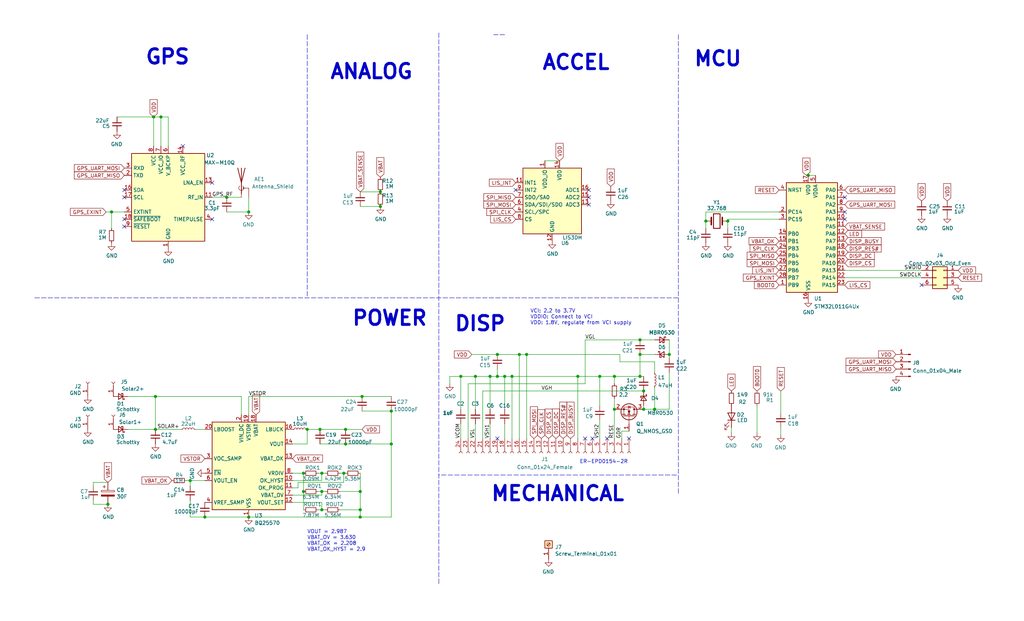
<source format=kicad_sch>
(kicad_sch (version 20211123) (generator eeschema)
  (paper "USLegal")
  (lib_symbols
    (symbol "Battery_Management:BQ25570"
      (property "Reference" "U" (at -12.7 16.51 0))
      (property "Value" "BQ25570" (at 10.16 16.51 0))
      (symbol "BQ25570_1_1"
        (pin power_in line (at 0 -17.78 90) (length 2.54) (name "VSS") (number "1"))
        (pin input line (at 15.24 -5.08 180) (length 2.54) (name "OK_HYST") (number "10"))
        (pin input line (at 15.24 -7.62 180) (length 2.54) (name "OK_PROG") (number "11"))
        (pin input line (at 15.24 -12.7 180) (length 2.54) (name "VOUT_SET") (number "12"))
        (pin output line (at 15.24 2.54 180) (length 2.54) (name "VBAT_OK") (number "13"))
        (pin input line (at 15.24 7.62 180) (length 2.54) (name "VOUT") (number "14"))
        (pin passive line (at 0 -17.78 90) (length 2.54) hide (name "VSS") (number "15"))
        (pin passive line (at 15.24 12.7 180) (length 2.54) (name "LBUCK") (number "16"))
        (pin passive line (at 0 -17.78 90) (length 2.54) hide (name "VSS") (number "17"))
        (pin power_in line (at 2.54 17.78 270) (length 2.54) (name "VBAT") (number "18"))
        (pin power_out line (at 0 17.78 270) (length 2.54) (name "VSTOR") (number "19"))
        (pin power_in line (at -2.54 17.78 270) (length 2.54) (name "VIN_DC") (number "2"))
        (pin passive line (at -15.24 12.7 0) (length 2.54) (name "LBOOST") (number "20"))
        (pin passive line (at 0 -17.78 90) (length 2.54) hide (name "VSS") (number "21"))
        (pin input line (at -15.24 2.54 0) (length 2.54) (name "VOC_SAMP") (number "3"))
        (pin passive line (at -15.24 -12.7 0) (length 2.54) (name "VREF_SAMP") (number "4"))
        (pin input line (at -15.24 -2.54 0) (length 2.54) (name "~{EN}") (number "5"))
        (pin input line (at -15.24 -5.08 0) (length 2.54) (name "VOUT_EN") (number "6"))
        (pin input line (at 15.24 -10.16 180) (length 2.54) (name "VBAT_OV") (number "7"))
        (pin output line (at 15.24 -2.54 180) (length 2.54) (name "VRDIV") (number "8"))
        (pin passive line (at 0 -17.78 90) (length 2.54) hide (name "VSS") (number "9"))
      )
    )
    (symbol "Connector:Conn_01x01_Female" (pin_names (offset 1.016) hide)
      (property "Reference" "J" (at 0 2.54 0))
      (property "Value" "Conn_01x01_Female" (at 0 -2.54 0))
      (symbol "Conn_01x01_Female_1_1"
        (pin passive line (at -5.08 0 0) (length 3.81) (name "Pin_1") (number "1"))
      )
    )
    (symbol "Connector:Conn_01x04_Male" (pin_names (offset 1.016) hide)
      (property "Reference" "J" (at 0 5.08 0))
      (property "Value" "Conn_01x04_Male" (at 0 -7.62 0))
      (symbol "Conn_01x04_Male_1_1"
        (pin passive line (at 5.08 2.54 180) (length 3.81) (name "Pin_1") (number "1"))
        (pin passive line (at 5.08 0 180) (length 3.81) (name "Pin_2") (number "2"))
        (pin passive line (at 5.08 -2.54 180) (length 3.81) (name "Pin_3") (number "3"))
        (pin passive line (at 5.08 -5.08 180) (length 3.81) (name "Pin_4") (number "4"))
      )
    )
    (symbol "Connector:Conn_01x24_Female" (pin_names (offset 1.016) hide)
      (property "Reference" "J" (at 0 30.48 0))
      (property "Value" "Conn_01x24_Female" (at 0 -33.02 0))
      (symbol "Conn_01x24_Female_1_1"
        (pin passive line (at -5.08 27.94 0) (length 3.81) (name "Pin_1") (number "1"))
        (pin passive line (at -5.08 5.08 0) (length 3.81) (name "Pin_10") (number "10"))
        (pin passive line (at -5.08 2.54 0) (length 3.81) (name "Pin_11") (number "11"))
        (pin passive line (at -5.08 0 0) (length 3.81) (name "Pin_12") (number "12"))
        (pin passive line (at -5.08 -2.54 0) (length 3.81) (name "Pin_13") (number "13"))
        (pin passive line (at -5.08 -5.08 0) (length 3.81) (name "Pin_14") (number "14"))
        (pin passive line (at -5.08 -7.62 0) (length 3.81) (name "Pin_15") (number "15"))
        (pin passive line (at -5.08 -10.16 0) (length 3.81) (name "Pin_16") (number "16"))
        (pin passive line (at -5.08 -12.7 0) (length 3.81) (name "Pin_17") (number "17"))
        (pin passive line (at -5.08 -15.24 0) (length 3.81) (name "Pin_18") (number "18"))
        (pin passive line (at -5.08 -17.78 0) (length 3.81) (name "Pin_19") (number "19"))
        (pin passive line (at -5.08 25.4 0) (length 3.81) (name "Pin_2") (number "2"))
        (pin passive line (at -5.08 -20.32 0) (length 3.81) (name "Pin_20") (number "20"))
        (pin passive line (at -5.08 -22.86 0) (length 3.81) (name "Pin_21") (number "21"))
        (pin passive line (at -5.08 -25.4 0) (length 3.81) (name "Pin_22") (number "22"))
        (pin passive line (at -5.08 -27.94 0) (length 3.81) (name "Pin_23") (number "23"))
        (pin passive line (at -5.08 -30.48 0) (length 3.81) (name "Pin_24") (number "24"))
        (pin passive line (at -5.08 22.86 0) (length 3.81) (name "Pin_3") (number "3"))
        (pin passive line (at -5.08 20.32 0) (length 3.81) (name "Pin_4") (number "4"))
        (pin passive line (at -5.08 17.78 0) (length 3.81) (name "Pin_5") (number "5"))
        (pin passive line (at -5.08 15.24 0) (length 3.81) (name "Pin_6") (number "6"))
        (pin passive line (at -5.08 12.7 0) (length 3.81) (name "Pin_7") (number "7"))
        (pin passive line (at -5.08 10.16 0) (length 3.81) (name "Pin_8") (number "8"))
        (pin passive line (at -5.08 7.62 0) (length 3.81) (name "Pin_9") (number "9"))
      )
    )
    (symbol "Connector:Screw_Terminal_01x01" (pin_names (offset 1.016) hide)
      (property "Reference" "J" (at 0 2.54 0))
      (property "Value" "Screw_Terminal_01x01" (at 0 -2.54 0))
      (symbol "Screw_Terminal_01x01_1_1"
        (pin passive line (at -5.08 0 0) (length 3.81) (name "Pin_1") (number "1"))
      )
    )
    (symbol "Connector_Generic:Conn_02x03_Odd_Even" (pin_names (offset 1.016) hide)
      (property "Reference" "J" (at 1.27 5.08 0))
      (property "Value" "Conn_02x03_Odd_Even" (at 1.27 -5.08 0))
      (symbol "Conn_02x03_Odd_Even_1_1"
        (pin passive line (at -5.08 2.54 0) (length 3.81) (name "Pin_1") (number "1"))
        (pin passive line (at 7.62 2.54 180) (length 3.81) (name "Pin_2") (number "2"))
        (pin passive line (at -5.08 0 0) (length 3.81) (name "Pin_3") (number "3"))
        (pin passive line (at 7.62 0 180) (length 3.81) (name "Pin_4") (number "4"))
        (pin passive line (at -5.08 -2.54 0) (length 3.81) (name "Pin_5") (number "5"))
        (pin passive line (at 7.62 -2.54 180) (length 3.81) (name "Pin_6") (number "6"))
      )
    )
    (symbol "Device:Antenna_Shield" (pin_numbers hide) (pin_names (offset 1.016) hide)
      (property "Reference" "AE" (at -1.905 4.445 0))
      (property "Value" "Antenna_Shield" (at -1.905 2.54 0))
      (symbol "Antenna_Shield_1_1"
        (pin input line (at 0 -5.08 90) (length 2.54) (name "A") (number "1"))
        (pin input line (at 2.54 -5.08 90) (length 2.54) (name "Shield") (number "2"))
      )
    )
    (symbol "Device:CP" (pin_numbers hide) (pin_names (offset 0.254))
      (property "Reference" "C" (at 0.635 2.54 0))
      (property "Value" "Device_CP" (at 0.635 -2.54 0))
      (symbol "CP_1_1"
        (pin passive line (at 0 3.81 270) (length 2.794) (name "~") (number "1"))
        (pin passive line (at 0 -3.81 90) (length 2.794) (name "~") (number "2"))
      )
    )
    (symbol "Device:C_Small" (pin_numbers hide) (pin_names (offset 0.254) hide)
      (property "Reference" "C" (at 0.254 1.778 0))
      (property "Value" "C_Small" (at 0.254 -2.032 0))
      (symbol "C_Small_1_1"
        (pin passive line (at 0 2.54 270) (length 2.032) (name "~") (number "1"))
        (pin passive line (at 0 -2.54 90) (length 2.032) (name "~") (number "2"))
      )
    )
    (symbol "Device:Crystal" (pin_numbers hide) (pin_names (offset 1.016) hide)
      (property "Reference" "Y" (at 0 3.81 0))
      (property "Value" "Crystal" (at 0 -3.81 0))
      (symbol "Crystal_1_1"
        (pin passive line (at -3.81 0 0) (length 1.27) (name "1") (number "1"))
        (pin passive line (at 3.81 0 180) (length 1.27) (name "2") (number "2"))
      )
    )
    (symbol "Device:D_Schottky_Small" (pin_numbers hide) (pin_names (offset 0.254) hide)
      (property "Reference" "D" (at -1.27 2.032 0))
      (property "Value" "D_Schottky_Small" (at -7.112 -2.032 0))
      (symbol "D_Schottky_Small_1_1"
        (pin passive line (at -2.54 0 0) (length 1.778) (name "K") (number "1"))
        (pin passive line (at 2.54 0 180) (length 1.778) (name "A") (number "2"))
      )
    )
    (symbol "Device:LED" (pin_numbers hide) (pin_names (offset 1.016) hide)
      (property "Reference" "D" (at 0 2.54 0))
      (property "Value" "LED" (at 0 -2.54 0))
      (symbol "LED_1_1"
        (pin passive line (at -3.81 0 0) (length 2.54) (name "K") (number "1"))
        (pin passive line (at 3.81 0 180) (length 2.54) (name "A") (number "2"))
      )
    )
    (symbol "Device:L_Small" (pin_numbers hide) (pin_names (offset 0.254) hide)
      (property "Reference" "L" (at 0.762 1.016 0))
      (property "Value" "L_Small" (at 0.762 -1.016 0))
      (symbol "L_Small_1_1"
        (pin passive line (at 0 2.54 270) (length 0.508) (name "~") (number "1"))
        (pin passive line (at 0 -2.54 90) (length 0.508) (name "~") (number "2"))
      )
    )
    (symbol "Device:Q_NMOS_GSD" (pin_names (offset 0) hide)
      (property "Reference" "Q" (at 5.08 1.27 0))
      (property "Value" "Q_NMOS_GSD" (at 5.08 -1.27 0))
      (symbol "Q_NMOS_GSD_1_1"
        (pin input line (at -5.08 0 0) (length 2.54) (name "G") (number "1"))
        (pin passive line (at 2.54 -5.08 90) (length 2.54) (name "S") (number "2"))
        (pin passive line (at 2.54 5.08 270) (length 2.54) (name "D") (number "3"))
      )
    )
    (symbol "Device:R_Small" (pin_numbers hide) (pin_names (offset 0.254) hide)
      (property "Reference" "R" (at 0.762 0.508 0))
      (property "Value" "R_Small" (at 0.762 -1.016 0))
      (symbol "R_Small_1_1"
        (pin passive line (at 0 2.54 270) (length 0.762) (name "~") (number "1"))
        (pin passive line (at 0 -2.54 90) (length 0.762) (name "~") (number "2"))
      )
    )
    (symbol "MCU_ST_STM32L0:STM32L011G4Ux"
      (property "Reference" "U" (at -10.16 19.05 0))
      (property "Value" "STM32L011G4Ux" (at 2.54 19.05 0))
      (symbol "STM32L011G4Ux_1_1"
        (pin bidirectional line (at -12.7 -17.78 0) (length 2.54) (name "PB9") (number "1"))
        (pin bidirectional line (at 10.16 5.08 180) (length 2.54) (name "PA4") (number "10"))
        (pin bidirectional line (at 10.16 2.54 180) (length 2.54) (name "PA5") (number "11"))
        (pin bidirectional line (at 10.16 0 180) (length 2.54) (name "PA6") (number "12"))
        (pin bidirectional line (at 10.16 -2.54 180) (length 2.54) (name "PA7") (number "13"))
        (pin bidirectional line (at -12.7 0 0) (length 2.54) (name "PB0") (number "14"))
        (pin bidirectional line (at -12.7 -2.54 0) (length 2.54) (name "PB1") (number "15"))
        (pin power_in line (at -2.54 -22.86 90) (length 2.54) (name "VSS") (number "16"))
        (pin power_in line (at -2.54 20.32 270) (length 2.54) (name "VDD") (number "17"))
        (pin bidirectional line (at 10.16 -5.08 180) (length 2.54) (name "PA8") (number "18"))
        (pin bidirectional line (at 10.16 -7.62 180) (length 2.54) (name "PA9") (number "19"))
        (pin bidirectional line (at -12.7 7.62 0) (length 2.54) (name "PC14") (number "2"))
        (pin bidirectional line (at 10.16 -10.16 180) (length 2.54) (name "PA10") (number "20"))
        (pin bidirectional line (at 10.16 -12.7 180) (length 2.54) (name "PA13") (number "21"))
        (pin bidirectional line (at 10.16 -15.24 180) (length 2.54) (name "PA14") (number "22"))
        (pin bidirectional line (at 10.16 -17.78 180) (length 2.54) (name "PA15") (number "23"))
        (pin bidirectional line (at -12.7 -5.08 0) (length 2.54) (name "PB3") (number "24"))
        (pin bidirectional line (at -12.7 -7.62 0) (length 2.54) (name "PB4") (number "25"))
        (pin bidirectional line (at -12.7 -10.16 0) (length 2.54) (name "PB5") (number "26"))
        (pin bidirectional line (at -12.7 -12.7 0) (length 2.54) (name "PB6") (number "27"))
        (pin bidirectional line (at -12.7 -15.24 0) (length 2.54) (name "PB7") (number "28"))
        (pin bidirectional line (at -12.7 5.08 0) (length 2.54) (name "PC15") (number "3"))
        (pin input line (at -12.7 15.24 0) (length 2.54) (name "NRST") (number "4"))
        (pin power_in line (at 0 20.32 270) (length 2.54) (name "VDDA") (number "5"))
        (pin bidirectional line (at 10.16 15.24 180) (length 2.54) (name "PA0") (number "6"))
        (pin bidirectional line (at 10.16 12.7 180) (length 2.54) (name "PA1") (number "7"))
        (pin bidirectional line (at 10.16 10.16 180) (length 2.54) (name "PA2") (number "8"))
        (pin bidirectional line (at 10.16 7.62 180) (length 2.54) (name "PA3") (number "9"))
      )
    )
    (symbol "RF_GPS:MAX-M8Q"
      (property "Reference" "U" (at -10.16 16.51 0))
      (property "Value" "MAX-M8Q" (at 11.43 16.51 0))
      (symbol "MAX-M8Q_1_1"
        (pin power_in line (at 0 -17.78 90) (length 2.54) (name "GND") (number "1"))
        (pin passive line (at 0 -17.78 90) (length 2.54) hide (name "GND") (number "10"))
        (pin input line (at 15.24 0 180) (length 2.54) (name "RF_IN") (number "11"))
        (pin passive line (at 0 -17.78 90) (length 2.54) hide (name "GND") (number "12"))
        (pin output line (at 15.24 5.08 180) (length 2.54) (name "LNA_EN") (number "13"))
        (pin power_out line (at 5.08 17.78 270) (length 2.54) (name "VCC_RF") (number "14"))
        (pin no_connect line (at 12.7 -5.08 180) (length 2.54) hide (name "Reserved") (number "15"))
        (pin bidirectional line (at -15.24 2.54 0) (length 2.54) (name "SDA") (number "16"))
        (pin input line (at -15.24 0 0) (length 2.54) (name "SCL") (number "17"))
        (pin input line (at -15.24 -7.62 0) (length 2.54) (name "~{SAFEBOOT}") (number "18"))
        (pin output line (at -15.24 7.62 0) (length 2.54) (name "TXD") (number "2"))
        (pin input line (at -15.24 10.16 0) (length 2.54) (name "RXD") (number "3"))
        (pin output line (at 15.24 -7.62 180) (length 2.54) (name "TIMEPULSE") (number "4"))
        (pin input line (at -15.24 -5.08 0) (length 2.54) (name "EXTINT") (number "5"))
        (pin power_in line (at 0 17.78 270) (length 2.54) (name "V_BCKP") (number "6"))
        (pin power_in line (at -2.54 17.78 270) (length 2.54) (name "VCC_IO") (number "7"))
        (pin power_in line (at -5.08 17.78 270) (length 2.54) (name "VCC") (number "8"))
        (pin input line (at -15.24 -10.16 0) (length 2.54) (name "~{RESET}") (number "9"))
      )
    )
    (symbol "Sensor_Motion:LIS3DH"
      (property "Reference" "U" (at -7.62 11.43 0))
      (property "Value" "LIS3DH" (at 6.35 11.43 0))
      (symbol "LIS3DH_1_1"
        (pin power_in line (at -2.54 12.7 270) (length 2.54) (name "VDD_IO") (number "1"))
        (pin passive line (at 0 -15.24 90) (length 2.54) hide (name "GND") (number "10"))
        (pin output line (at -12.7 5.08 0) (length 2.54) (name "INT1") (number "11"))
        (pin power_in line (at 0 -15.24 90) (length 2.54) (name "GND") (number "12"))
        (pin input line (at 12.7 -2.54 180) (length 2.54) (name "ADC3") (number "13"))
        (pin power_in line (at 2.54 12.7 270) (length 2.54) (name "VDD") (number "14"))
        (pin input line (at 12.7 0 180) (length 2.54) (name "ADC2") (number "15"))
        (pin input line (at 12.7 2.54 180) (length 2.54) (name "ADC1") (number "16"))
        (pin no_connect line (at 10.16 5.08 180) (length 2.54) hide (name "NC") (number "2"))
        (pin no_connect line (at 10.16 7.62 180) (length 2.54) hide (name "NC") (number "3"))
        (pin input line (at -12.7 -5.08 0) (length 2.54) (name "SCL/SPC") (number "4"))
        (pin passive line (at 0 -15.24 90) (length 2.54) hide (name "GND") (number "5"))
        (pin bidirectional line (at -12.7 -2.54 0) (length 2.54) (name "SDA/SDI/SDO") (number "6"))
        (pin bidirectional line (at -12.7 0 0) (length 2.54) (name "SDO/SA0") (number "7"))
        (pin input line (at -12.7 -7.62 0) (length 2.54) (name "CS") (number "8"))
        (pin output line (at -12.7 2.54 0) (length 2.54) (name "INT2") (number "9"))
      )
    )
    (symbol "power:GND" (power) (pin_names (offset 0))
      (property "Value" "GND" (at 0 -3.81 0))
      (symbol "GND_1_1"
        (pin power_in line (at 0 0 270) (length 0) hide (name "GND") (number "1"))
      )
    )
  )
  (junction (at 111.76 170.815))
  (junction (at 213.36 142.24))
  (junction (at 160.02 130.81))
  (junction (at 172.72 130.81))
  (junction (at 111.125 149.225))
  (junction (at 232.41 123.19))
  (junction (at 222.25 123.19))
  (junction (at 71.12 179.705))
  (junction (at 37.465 175.26))
  (junction (at 120.015 149.225))
  (junction (at 86.36 179.705))
  (junction (at 38.735 73.66))
  (junction (at 125.73 137.795))
  (junction (at 53.34 40.64))
  (junction (at 200.66 130.81))
  (junction (at 227.33 142.24))
  (junction (at 66.04 167.005))
  (junction (at 182.88 123.19))
  (junction (at 135.89 142.875))
  (junction (at 78.74 68.58))
  (junction (at 222.25 130.81))
  (junction (at 213.36 130.81))
  (junction (at 252.73 76.835))
  (junction (at 125.095 177.165))
  (junction (at 180.34 123.19))
  (junction (at 245.11 76.835))
  (junction (at 175.26 130.81))
  (junction (at 222.25 118.11))
  (junction (at 111.76 177.165))
  (junction (at 55.88 40.64))
  (junction (at 170.18 130.81))
  (junction (at 132.08 71.755))
  (junction (at 86.36 73.66))
  (junction (at 120.015 154.305))
  (junction (at 105.41 170.815))
  (junction (at 53.975 149.225))
  (junction (at 165.1 130.81))
  (junction (at 208.28 130.81))
  (junction (at 132.08 66.675))
  (junction (at 223.52 135.89))
  (junction (at 135.89 154.305))
  (junction (at 53.975 137.795))
  (junction (at 119.38 164.465))
  (junction (at 280.67 60.96))
  (junction (at 125.095 179.705))
  (junction (at 111.76 164.465))
  (junction (at 105.41 164.465))
  (junction (at 106.68 149.225))
  (junction (at 172.72 123.19))
  (junction (at 223.52 142.24))
  (junction (at 125.095 170.815))
  (junction (at 177.8 130.81))
  (no_connect (at 43.18 68.58))
  (no_connect (at 73.66 63.5))
  (no_connect (at 218.44 152.4))
  (no_connect (at 63.5 50.8))
  (no_connect (at 293.37 68.58))
  (no_connect (at 205.74 152.4))
  (no_connect (at 203.2 152.4))
  (no_connect (at 43.18 76.2))
  (no_connect (at 204.47 71.12))
  (no_connect (at 320.04 99.06))
  (no_connect (at 293.37 76.2))
  (no_connect (at 204.47 68.58))
  (no_connect (at 293.37 73.66))
  (no_connect (at 179.07 66.04))
  (no_connect (at 204.47 66.04))
  (no_connect (at 43.18 78.74))
  (no_connect (at 210.82 152.4))
  (no_connect (at 172.72 152.4))
  (no_connect (at 43.18 66.04))
  (no_connect (at 73.66 76.2))
  (wire (pts (xy 172.72 123.19) (xy 180.34 123.19)))
  (wire (pts (xy 120.015 154.305) (xy 135.89 154.305)))
  (wire (pts (xy 215.265 123.19) (xy 215.265 125.73)))
  (wire (pts (xy 245.11 73.66) (xy 270.51 73.66)))
  (wire (pts (xy 156.21 130.81) (xy 160.02 130.81)))
  (wire (pts (xy 125.095 164.465) (xy 125.095 170.815)))
  (wire (pts (xy 203.2 133.35) (xy 162.56 133.35)))
  (wire (pts (xy 111.76 164.465) (xy 111.76 167.005)))
  (wire (pts (xy 222.25 118.11) (xy 227.33 118.11)))
  (wire (pts (xy 105.41 170.815) (xy 105.41 177.165)))
  (wire (pts (xy 119.38 167.64) (xy 103.505 167.64)))
  (wire (pts (xy 182.88 152.4) (xy 182.88 123.19)))
  (wire (pts (xy 86.36 179.705) (xy 125.095 179.705)))
  (wire (pts (xy 180.34 123.19) (xy 182.88 123.19)))
  (wire (pts (xy 252.73 76.2) (xy 270.51 76.2)))
  (wire (pts (xy 105.41 164.465) (xy 105.41 170.815)))
  (wire (pts (xy 125.095 179.705) (xy 135.89 179.705)))
  (wire (pts (xy 119.38 164.465) (xy 120.015 164.465)))
  (wire (pts (xy 160.02 130.81) (xy 160.02 142.24)))
  (wire (pts (xy 254 150.495) (xy 254 148.59)))
  (wire (pts (xy 78.74 73.66) (xy 86.36 73.66)))
  (wire (pts (xy 101.6 164.465) (xy 105.41 164.465)))
  (wire (pts (xy 215.9 149.86) (xy 215.9 152.4)))
  (wire (pts (xy 135.89 154.305) (xy 135.89 179.705)))
  (wire (pts (xy 111.76 174.625) (xy 111.76 177.165)))
  (wire (pts (xy 101.6 172.085) (xy 111.76 172.085)))
  (wire (pts (xy 175.26 130.81) (xy 177.8 130.81)))
  (wire (pts (xy 223.52 142.24) (xy 223.52 140.97)))
  (wire (pts (xy 118.11 170.815) (xy 125.095 170.815)))
  (wire (pts (xy 38.735 73.66) (xy 38.735 79.375)))
  (wire (pts (xy 182.88 123.19) (xy 215.265 123.19)))
  (wire (pts (xy 71.12 179.705) (xy 86.36 179.705)))
  (wire (pts (xy 177.8 130.81) (xy 200.66 130.81)))
  (wire (pts (xy 110.49 164.465) (xy 111.76 164.465)))
  (wire (pts (xy 218.44 149.86) (xy 215.9 149.86)))
  (wire (pts (xy 32.385 173.99) (xy 32.385 175.26)))
  (wire (pts (xy 213.36 130.81) (xy 213.36 133.35)))
  (wire (pts (xy 293.37 93.98) (xy 320.04 93.98)))
  (wire (pts (xy 170.18 130.81) (xy 172.72 130.81)))
  (wire (pts (xy 232.41 118.11) (xy 232.41 123.19)))
  (wire (pts (xy 222.25 130.81) (xy 223.52 130.81)))
  (wire (pts (xy 156.21 130.81) (xy 156.21 133.35)))
  (wire (pts (xy 232.41 142.24) (xy 227.33 142.24)))
  (wire (pts (xy 106.68 154.305) (xy 106.68 149.225)))
  (wire (pts (xy 36.83 73.66) (xy 38.735 73.66)))
  (wire (pts (xy 37.465 167.64) (xy 32.385 167.64)))
  (wire (pts (xy 208.28 130.81) (xy 208.28 140.97)))
  (wire (pts (xy 222.25 123.19) (xy 227.33 123.19)))
  (wire (pts (xy 180.34 123.19) (xy 180.34 152.4)))
  (wire (pts (xy 53.34 40.64) (xy 40.64 40.64)))
  (polyline (pts (xy 12.065 103.505) (xy 235.585 103.505)))
  (wire (pts (xy 222.25 123.19) (xy 222.25 130.81)))
  (wire (pts (xy 83.82 144.145) (xy 83.82 137.795)))
  (wire (pts (xy 111.76 172.085) (xy 111.76 170.815)))
  (wire (pts (xy 67.945 149.225) (xy 71.12 149.225)))
  (wire (pts (xy 101.6 174.625) (xy 111.76 174.625)))
  (wire (pts (xy 53.975 137.795) (xy 83.82 137.795)))
  (wire (pts (xy 58.42 50.8) (xy 58.42 40.64)))
  (wire (pts (xy 111.76 167.005) (xy 101.6 167.005)))
  (wire (pts (xy 165.1 147.32) (xy 165.1 152.4)))
  (wire (pts (xy 203.2 118.11) (xy 222.25 118.11)))
  (wire (pts (xy 172.72 128.27) (xy 172.72 130.81)))
  (wire (pts (xy 271.145 135.89) (xy 271.145 143.51)))
  (wire (pts (xy 55.88 40.64) (xy 53.34 40.64)))
  (wire (pts (xy 86.36 137.795) (xy 125.73 137.795)))
  (wire (pts (xy 111.76 170.815) (xy 113.03 170.815)))
  (wire (pts (xy 262.89 140.97) (xy 262.89 150.495)))
  (wire (pts (xy 170.18 130.81) (xy 170.18 142.24)))
  (wire (pts (xy 103.505 169.545) (xy 101.6 169.545)))
  (wire (pts (xy 86.36 144.145) (xy 86.36 137.795)))
  (wire (pts (xy 73.66 68.58) (xy 78.74 68.58)))
  (wire (pts (xy 203.2 118.11) (xy 203.2 133.35)))
  (wire (pts (xy 53.975 149.225) (xy 53.975 137.795)))
  (wire (pts (xy 110.49 177.165) (xy 111.76 177.165)))
  (wire (pts (xy 200.66 130.81) (xy 208.28 130.81)))
  (wire (pts (xy 103.505 167.64) (xy 103.505 169.545)))
  (wire (pts (xy 271.145 148.59) (xy 271.145 151.13)))
  (polyline (pts (xy 234.95 165.1) (xy 152.4 165.1)))
  (wire (pts (xy 245.11 73.66) (xy 245.11 76.835)))
  (wire (pts (xy 110.49 170.815) (xy 111.76 170.815)))
  (wire (pts (xy 160.02 130.81) (xy 165.1 130.81)))
  (wire (pts (xy 162.56 152.4) (xy 162.56 133.35)))
  (wire (pts (xy 125.095 66.675) (xy 132.08 66.675)))
  (wire (pts (xy 293.37 96.52) (xy 320.04 96.52)))
  (wire (pts (xy 86.36 73.66) (xy 86.36 68.58)))
  (wire (pts (xy 71.12 179.705) (xy 66.04 179.705)))
  (wire (pts (xy 38.735 73.66) (xy 43.18 73.66)))
  (wire (pts (xy 44.45 149.225) (xy 53.975 149.225)))
  (wire (pts (xy 64.77 167.005) (xy 66.04 167.005)))
  (wire (pts (xy 135.89 142.875) (xy 135.89 154.305)))
  (wire (pts (xy 111.125 154.305) (xy 120.015 154.305)))
  (wire (pts (xy 53.34 40.64) (xy 53.34 50.8)))
  (wire (pts (xy 125.73 142.875) (xy 135.89 142.875)))
  (wire (pts (xy 170.18 147.32) (xy 170.18 152.4)))
  (polyline (pts (xy 235.585 171.45) (xy 235.585 12.065)))
  (wire (pts (xy 118.11 164.465) (xy 119.38 164.465)))
  (polyline (pts (xy 152.4 11.43) (xy 152.4 203.2)))
  (wire (pts (xy 175.26 130.81) (xy 175.26 142.24)))
  (polyline (pts (xy 106.68 12.065) (xy 106.68 103.505)))
  (wire (pts (xy 101.6 154.305) (xy 106.68 154.305)))
  (wire (pts (xy 120.015 149.225) (xy 125.73 149.225)))
  (wire (pts (xy 172.72 130.81) (xy 175.26 130.81)))
  (wire (pts (xy 208.28 130.81) (xy 213.36 130.81)))
  (wire (pts (xy 125.095 170.815) (xy 125.095 177.165)))
  (wire (pts (xy 200.66 130.81) (xy 200.66 152.4)))
  (wire (pts (xy 58.42 40.64) (xy 55.88 40.64)))
  (wire (pts (xy 280.035 60.96) (xy 280.67 60.96)))
  (wire (pts (xy 111.76 177.165) (xy 113.03 177.165)))
  (wire (pts (xy 232.41 129.54) (xy 232.41 142.24)))
  (wire (pts (xy 167.64 135.89) (xy 167.64 152.4)))
  (wire (pts (xy 227.33 125.73) (xy 227.33 129.54)))
  (polyline (pts (xy 175.26 12.065) (xy 171.45 12.065)))
  (wire (pts (xy 66.04 173.99) (xy 66.04 179.705)))
  (wire (pts (xy 160.02 147.32) (xy 160.02 152.4)))
  (wire (pts (xy 252.73 76.835) (xy 252.73 79.375)))
  (wire (pts (xy 32.385 167.64) (xy 32.385 168.91)))
  (wire (pts (xy 222.25 130.81) (xy 213.36 130.81)))
  (wire (pts (xy 125.73 137.795) (xy 135.89 137.795)))
  (wire (pts (xy 111.76 164.465) (xy 113.03 164.465)))
  (wire (pts (xy 167.64 135.89) (xy 223.52 135.89)))
  (wire (pts (xy 163.83 123.19) (xy 172.72 123.19)))
  (wire (pts (xy 32.385 175.26) (xy 37.465 175.26)))
  (wire (pts (xy 252.73 76.2) (xy 252.73 76.835)))
  (wire (pts (xy 44.45 137.795) (xy 53.975 137.795)))
  (wire (pts (xy 118.11 177.165) (xy 125.095 177.165)))
  (wire (pts (xy 232.41 123.19) (xy 232.41 124.46)))
  (wire (pts (xy 245.11 76.835) (xy 245.11 79.375)))
  (wire (pts (xy 53.975 149.225) (xy 62.865 149.225)))
  (wire (pts (xy 111.125 149.225) (xy 120.015 149.225)))
  (wire (pts (xy 66.04 167.005) (xy 71.12 167.005)))
  (wire (pts (xy 213.36 142.24) (xy 213.36 152.4)))
  (wire (pts (xy 177.8 130.81) (xy 177.8 152.4)))
  (wire (pts (xy 106.68 149.225) (xy 111.125 149.225)))
  (wire (pts (xy 66.04 168.91) (xy 66.04 167.005)))
  (wire (pts (xy 280.67 60.96) (xy 283.21 60.96)))
  (wire (pts (xy 227.33 134.62) (xy 227.33 142.24)))
  (wire (pts (xy 223.52 142.24) (xy 227.33 142.24)))
  (wire (pts (xy 194.31 55.88) (xy 189.23 55.88)))
  (wire (pts (xy 125.095 71.755) (xy 132.08 71.755)))
  (wire (pts (xy 208.28 146.05) (xy 208.28 152.4)))
  (wire (pts (xy 215.265 125.73) (xy 227.33 125.73)))
  (wire (pts (xy 119.38 164.465) (xy 119.38 167.64)))
  (wire (pts (xy 78.74 68.58) (xy 83.82 68.58)))
  (wire (pts (xy 125.095 177.165) (xy 125.095 179.705)))
  (wire (pts (xy 213.36 138.43) (xy 213.36 142.24)))
  (wire (pts (xy 175.26 147.32) (xy 175.26 152.4)))
  (wire (pts (xy 55.88 40.64) (xy 55.88 50.8)))
  (wire (pts (xy 165.1 130.81) (xy 170.18 130.81)))
  (wire (pts (xy 165.1 130.81) (xy 165.1 142.24)))
  (text "GPS" (at 50.165 22.86 0) (effects (font (size 5.0038 5.0038) (thickness 1.0008) bold) (justify left bottom)))
  (text "MCU" (at 240.665 23.495 0) (effects (font (size 5.0038 5.0038) (thickness 1.0008) bold) (justify left bottom)))
  (text "ACCEL" (at 187.96 24.765 0) (effects (font (size 5.0038 5.0038) (thickness 1.0008) bold) (justify left bottom)))
  (text "ER-EPD0154-2R" (at 201.295 161.29 0) (effects (font (size 1.27 1.27)) (justify left bottom)))
  (text "DISP" (at 157.48 115.57 0) (effects (font (size 5.0038 5.0038) (thickness 1.0008) bold) (justify left bottom)))
  (text "VOUT = 2.987\nVBAT_OV = 3.630\nVBAT_OK = 2.208\nVBAT_OK_HYST = 2.9" (at 106.68 191.77 0) (effects (font (size 1.27 1.27)) (justify left bottom)))
  (text "POWER" (at 121.92 113.665 0) (effects (font (size 5.0038 5.0038) (thickness 1.0008) bold) (justify left bottom)))
  (text "ANALOG" (at 114.3 27.94 0) (effects (font (size 5.0038 5.0038) (thickness 1.0008) bold) (justify left bottom)))
  (text "MECHANICAL" (at 170.18 174.625 0) (effects (font (size 5.0038 5.0038) (thickness 1.0008) bold) (justify left bottom)))
  (text "VCI: 2.2 to 3.7V\nVDDIO: Connect to VCI\nVDD: 1.8V, regulate from VCI supply" (at 184.15 113.03 0) (effects (font (size 1.27 1.27)) (justify left bottom)))
  (label "VSL" (at 165.1 152.4 90))
  (label "VSH2" (at 208.28 152.4 90))
  (label "GPS_RF" (at 73.66 68.58 0))
  (label "SOLAR+" (at 54.61 149.225 0))
  (label "VCOM" (at 160.02 152.4 90))
  (label "GDR" (at 215.9 152.4 90))
  (label "SWDCLK" (at 320.04 96.52 180))
  (label "VGL" (at 203.2 118.11 0))
  (label "RESE" (at 213.36 152.4 90))
  (label "VSH1" (at 170.18 152.4 90))
  (label "VSTOR" (at 86.36 137.795 0))
  (label "VGH" (at 187.96 135.89 0))
  (label "SWDIO" (at 320.04 93.98 180))
  (global_label "VBAT_OK" (shape input) (at 101.6 159.385 0) (property "Intersheet References" "${INTERSHEET_REFS}" (effects hide)))
  (global_label "SPI_MOSI" (shape input) (at 179.07 71.12 180) (property "Intersheet References" "${INTERSHEET_REFS}" (effects hide)))
  (global_label "VBAT_SENSE" (shape input) (at 125.095 66.675 90) (property "Intersheet References" "${INTERSHEET_REFS}" (effects hide)))
  (global_label "VBAT" (shape input) (at 37.465 167.64 90) (property "Intersheet References" "${INTERSHEET_REFS}" (effects hide)))
  (global_label "GPS_UART_MOSI" (shape input) (at 293.37 71.12 0) (property "Intersheet References" "${INTERSHEET_REFS}" (effects hide)))
  (global_label "RESET" (shape input) (at 270.51 66.04 180) (property "Intersheet References" "${INTERSHEET_REFS}" (effects hide)))
  (global_label "SPI_MOSI" (shape input) (at 185.42 152.4 90) (property "Intersheet References" "${INTERSHEET_REFS}" (effects hide)))
  (global_label "LED" (shape input) (at 293.37 81.28 0) (property "Intersheet References" "${INTERSHEET_REFS}" (effects hide)))
  (global_label "SPI_MISO" (shape input) (at 270.51 88.9 180) (property "Intersheet References" "${INTERSHEET_REFS}" (effects hide)))
  (global_label "VDD" (shape input) (at 320.04 69.85 90) (property "Intersheet References" "${INTERSHEET_REFS}" (effects hide)))
  (global_label "VDD" (shape input) (at 53.34 40.64 90) (property "Intersheet References" "${INTERSHEET_REFS}" (effects hide)))
  (global_label "LIS_CS" (shape input) (at 293.37 99.06 0) (property "Intersheet References" "${INTERSHEET_REFS}" (effects hide)))
  (global_label "GPS_UART_MISO" (shape input) (at 311.15 128.27 180) (property "Intersheet References" "${INTERSHEET_REFS}" (effects hide)))
  (global_label "BOOT0" (shape input) (at 262.89 135.89 90) (property "Intersheet References" "${INTERSHEET_REFS}" (effects hide)))
  (global_label "DISP_CS" (shape input) (at 293.37 91.44 0) (property "Intersheet References" "${INTERSHEET_REFS}" (effects hide)))
  (global_label "VBAT_OK" (shape input) (at 270.51 83.82 180) (property "Intersheet References" "${INTERSHEET_REFS}" (effects hide)))
  (global_label "VDD" (shape input) (at 311.15 123.19 180) (property "Intersheet References" "${INTERSHEET_REFS}" (effects hide)))
  (global_label "DISP_DC" (shape input) (at 193.04 152.4 90) (property "Intersheet References" "${INTERSHEET_REFS}" (effects hide)))
  (global_label "GPS_UART_MOSI" (shape input) (at 43.18 58.42 180) (property "Intersheet References" "${INTERSHEET_REFS}" (effects hide)))
  (global_label "VSTOR" (shape input) (at 71.12 159.385 180) (property "Intersheet References" "${INTERSHEET_REFS}" (effects hide)))
  (global_label "GPS_UART_MISO" (shape input) (at 43.18 60.96 180) (property "Intersheet References" "${INTERSHEET_REFS}" (effects hide)))
  (global_label "LIS_INT" (shape input) (at 270.51 93.98 180) (property "Intersheet References" "${INTERSHEET_REFS}" (effects hide)))
  (global_label "SPI_MISO" (shape input) (at 179.07 68.58 180) (property "Intersheet References" "${INTERSHEET_REFS}" (effects hide)))
  (global_label "VDD" (shape input) (at 125.73 149.225 0) (property "Intersheet References" "${INTERSHEET_REFS}" (effects hide)))
  (global_label "VBAT" (shape input) (at 88.9 144.145 90) (property "Intersheet References" "${INTERSHEET_REFS}" (effects hide)))
  (global_label "VBAT_SENSE" (shape input) (at 293.37 78.74 0) (property "Intersheet References" "${INTERSHEET_REFS}" (effects hide)))
  (global_label "DISP_BUSY" (shape input) (at 293.37 83.82 0) (property "Intersheet References" "${INTERSHEET_REFS}" (effects hide)))
  (global_label "VDD" (shape input) (at 332.74 93.98 0) (property "Intersheet References" "${INTERSHEET_REFS}" (effects hide)))
  (global_label "DISP_CS" (shape input) (at 190.5 152.4 90) (property "Intersheet References" "${INTERSHEET_REFS}" (effects hide)))
  (global_label "GPS_UART_MOSI" (shape input) (at 311.15 125.73 180) (property "Intersheet References" "${INTERSHEET_REFS}" (effects hide)))
  (global_label "VBAT" (shape input) (at 132.08 61.595 90) (property "Intersheet References" "${INTERSHEET_REFS}" (effects hide)))
  (global_label "DISP_RES#" (shape input) (at 293.37 86.36 0) (property "Intersheet References" "${INTERSHEET_REFS}" (effects hide)))
  (global_label "VBAT_OK" (shape input) (at 59.69 167.005 180) (property "Intersheet References" "${INTERSHEET_REFS}" (effects hide)))
  (global_label "GPS_EXINT" (shape input) (at 270.51 96.52 180) (property "Intersheet References" "${INTERSHEET_REFS}" (effects hide)))
  (global_label "LED" (shape input) (at 254 135.89 90) (property "Intersheet References" "${INTERSHEET_REFS}" (effects hide)))
  (global_label "SPI_CLK" (shape input) (at 179.07 73.66 180) (property "Intersheet References" "${INTERSHEET_REFS}" (effects hide)))
  (global_label "SPI_CLK" (shape input) (at 187.96 152.4 90) (property "Intersheet References" "${INTERSHEET_REFS}" (effects hide)))
  (global_label "VDD" (shape input) (at 280.035 60.96 90) (property "Intersheet References" "${INTERSHEET_REFS}" (effects hide)))
  (global_label "DISP_BUSY" (shape input) (at 198.12 152.4 90) (property "Intersheet References" "${INTERSHEET_REFS}" (effects hide)))
  (global_label "VDD" (shape input) (at 194.31 55.88 90) (property "Intersheet References" "${INTERSHEET_REFS}" (effects hide)))
  (global_label "LIS_CS" (shape input) (at 179.07 76.2 180) (property "Intersheet References" "${INTERSHEET_REFS}" (effects hide)))
  (global_label "RESET" (shape input) (at 271.145 135.89 90) (property "Intersheet References" "${INTERSHEET_REFS}" (effects hide)))
  (global_label "GPS_EXINT" (shape input) (at 36.83 73.66 180) (property "Intersheet References" "${INTERSHEET_REFS}" (effects hide)))
  (global_label "SPI_CLK" (shape input) (at 270.51 86.36 180) (property "Intersheet References" "${INTERSHEET_REFS}" (effects hide)))
  (global_label "SPI_MOSI" (shape input) (at 270.51 91.44 180) (property "Intersheet References" "${INTERSHEET_REFS}" (effects hide)))
  (global_label "DISP_DC" (shape input) (at 293.37 88.9 0) (property "Intersheet References" "${INTERSHEET_REFS}" (effects hide)))
  (global_label "VDD" (shape input) (at 163.83 123.19 180) (property "Intersheet References" "${INTERSHEET_REFS}" (effects hide)))
  (global_label "DISP_RES#" (shape input) (at 195.58 152.4 90) (property "Intersheet References" "${INTERSHEET_REFS}" (effects hide)))
  (global_label "LIS_INT" (shape input) (at 179.07 63.5 180) (property "Intersheet References" "${INTERSHEET_REFS}" (effects hide)))
  (global_label "VDD" (shape input) (at 328.93 69.85 90) (property "Intersheet References" "${INTERSHEET_REFS}" (effects hide)))
  (global_label "RESET" (shape input) (at 332.74 96.52 0) (property "Intersheet References" "${INTERSHEET_REFS}" (effects hide)))
  (global_label "GPS_UART_MISO" (shape input) (at 293.37 66.04 0) (property "Intersheet References" "${INTERSHEET_REFS}" (effects hide)))
  (global_label "VDD" (shape input) (at 212.09 64.77 90) (property "Intersheet References" "${INTERSHEET_REFS}" (effects hide)))
  (global_label "BOOT0" (shape input) (at 270.51 99.06 180) (property "Intersheet References" "${INTERSHEET_REFS}" (effects hide)))
  (symbol (lib_id "power:GND") (at 58.42 86.36 0) (unit 1)
    (property "Reference" "#PWR015" (effects hide))
    (property "Value" "GND" (at 58.547 90.7542 0))
  )
  (symbol (lib_id "Device:R_Small") (at 132.08 69.215 0) (mirror x) (unit 1)
    (property "Reference" "R13" (at 134.62 67.945 0))
    (property "Value" "1M" (at 135.255 69.85 0))
    (property "Footprint" "Resistor_SMD:R_0603_1608Metric" (effects hide))
  )
  (symbol (lib_id "power:GND") (at 132.08 71.755 0) (unit 1)
    (property "Reference" "#PWR010" (effects hide))
    (property "Value" "GND" (at 132.207 76.1492 0))
  )
  (symbol (lib_id "Device:R_Small") (at 132.08 64.135 0) (mirror x) (unit 1)
    (property "Reference" "R12" (at 134.62 62.865 0))
    (property "Value" "1M" (at 135.255 64.77 0))
    (property "Footprint" "Resistor_SMD:R_0603_1608Metric" (effects hide))
  )
  (symbol (lib_id "RF_GPS:MAX-M8Q") (at 58.42 68.58 0) (unit 1)
    (property "Reference" "U2" (at 73.025 53.975 0))
    (property "Value" "MAX-M10Q" (at 76.2 56.515 0))
    (property "Footprint" "RF_GPS:ublox_MAX" (effects hide))
    (property "Datasheet" "https://www.u-blox.com/sites/default/files/MAX-M8-FW3_DataSheet_%28UBX-15031506%29.pdf" (effects hide))
  )
  (symbol (lib_id "Device:C_Small") (at 320.04 72.39 0) (unit 1)
    (property "Reference" "C25" (at 322.58 71.755 0) (effects (justify left)))
    (property "Value" "1uF" (at 322.3768 73.533 0) (effects (justify left)))
    (property "Footprint" "Capacitor_SMD:C_0603_1608Metric" (effects hide))
  )
  (symbol (lib_id "power:GND") (at 320.04 74.93 0) (unit 1)
    (property "Reference" "#PWR01" (effects hide))
    (property "Value" "GND" (at 320.167 79.3242 0))
  )
  (symbol (lib_id "Sensor_Motion:LIS3DH") (at 191.77 68.58 0) (unit 1)
    (property "Reference" "U6" (at 196.215 84.455 0))
    (property "Value" "LIS3DH" (at 198.755 82.55 0))
    (property "Footprint" "Package_LGA:LGA-16_3x3mm_P0.5mm_LayoutBorder3x5y" (effects hide))
    (property "Datasheet" "https://www.st.com/resource/en/datasheet/cd00274221.pdf" (effects hide))
  )
  (symbol (lib_id "Device:C_Small") (at 212.09 67.31 0) (mirror x) (unit 1)
    (property "Reference" "C26" (at 214.4268 68.4784 0) (effects (justify left)))
    (property "Value" "1uF" (at 214.4268 66.167 0) (effects (justify left)))
    (property "Footprint" "Capacitor_SMD:C_0603_1608Metric" (effects hide))
  )
  (symbol (lib_id "power:GND") (at 191.77 83.82 0) (unit 1)
    (property "Reference" "#PWR0126" (effects hide))
    (property "Value" "GND" (at 191.897 88.2142 0))
  )
  (symbol (lib_id "power:GND") (at 212.09 69.85 0) (unit 1)
    (property "Reference" "#PWR0127" (effects hide))
    (property "Value" "GND" (at 212.217 74.2442 0))
  )
  (symbol (lib_id "Device:C_Small") (at 78.74 71.12 0) (mirror x) (unit 1)
    (property "Reference" "C1" (at 73.66 70.485 0))
    (property "Value" "3.3pF" (at 73.66 72.39 0))
    (property "Footprint" "Capacitor_SMD:C_0402_1005Metric" (effects hide))
  )
  (symbol (lib_id "power:GND") (at 280.67 104.14 0) (unit 1)
    (property "Reference" "#PWR0122" (effects hide))
    (property "Value" "GND" (at 280.797 108.5342 0))
  )
  (symbol (lib_id "Device:LED") (at 254 144.78 270) (mirror x) (unit 1)
    (property "Reference" "D2" (at 257.175 144.145 90))
    (property "Value" "LED" (at 257.81 146.05 90))
    (property "Footprint" "Diode_SMD:D_0805_2012Metric" (effects hide))
    (property "Part" "LS R976-NR-1" (effects hide))
  )
  (symbol (lib_id "power:GND") (at 254 150.495 0) (mirror y) (unit 1)
    (property "Reference" "#PWR0102" (effects hide))
    (property "Value" "GND" (at 253.873 154.8892 0))
  )
  (symbol (lib_id "Device:R_Small") (at 213.36 135.89 0) (mirror y) (unit 1)
    (property "Reference" "R3" (at 216.535 135.255 0))
    (property "Value" "2.2" (at 216.535 137.16 0))
    (property "Footprint" "Resistor_SMD:R_0603_1608Metric" (effects hide))
  )
  (symbol (lib_id "power:GND") (at 40.64 45.72 0) (mirror y) (unit 1)
    (property "Reference" "#PWR0114" (effects hide))
    (property "Value" "GND" (at 40.513 50.1142 0))
  )
  (symbol (lib_id "Device:C_Small") (at 208.28 143.51 180) (unit 1)
    (property "Reference" "C9" (at 205.9432 144.6784 0) (effects (justify left)))
    (property "Value" "1uF" (at 205.9432 142.367 0) (effects (justify left)))
    (property "Footprint" "Capacitor_SMD:C_0603_1608Metric" (effects hide))
  )
  (symbol (lib_id "power:GND") (at 332.74 99.06 0) (mirror y) (unit 1)
    (property "Reference" "#PWR07" (effects hide))
    (property "Value" "GND" (at 332.613 103.4542 0))
  )
  (symbol (lib_id "Device:Antenna_Shield") (at 83.82 63.5 0) (unit 1)
    (property "Reference" "AE1" (at 88.2396 62.2554 0) (effects (justify left)))
    (property "Value" "Antenna_Shield" (at 87.4776 64.8208 0) (effects (justify left)))
    (property "Footprint" "RF_Antenna:Pulse_W3011" (effects hide))
    (property "Part" "W3011A" (effects hide))
  )
  (symbol (lib_id "power:GND") (at 86.36 73.66 0) (mirror y) (unit 1)
    (property "Reference" "#PWR0101" (effects hide))
    (property "Value" "GND" (at 86.233 78.0542 0))
  )
  (symbol (lib_id "Connector:Screw_Terminal_01x01") (at 190.5 189.23 90) (unit 1)
    (property "Reference" "J7" (at 192.7352 190.1444 90) (effects (justify right)))
    (property "Value" "Screw_Terminal_01x01" (at 192.7352 192.4558 90) (effects (justify right)))
    (property "Footprint" "Heliograph:M4_RA_7792" (effects hide))
    (property "Part" "7792" (effects hide))
    (property "Manufacture" "Keystone Electronics" (effects hide))
  )
  (symbol (lib_id "power:GND") (at 190.5 194.31 0) (mirror y) (unit 1)
    (property "Reference" "#PWR0125" (effects hide))
    (property "Value" "GND" (at 190.373 198.7042 0))
  )
  (symbol (lib_id "MCU_ST_STM32L0:STM32L011G4Ux") (at 283.21 81.28 0) (unit 1)
    (property "Reference" "U1" (at 282.6894 103.7495 0) (effects (justify left)))
    (property "Value" "STM32L011G4Ux" (at 282.6894 106.5246 0) (effects (justify left)))
    (property "Footprint" "Package_DFN_QFN:QFN-28_4x4mm_P0.5mm" (effects hide))
    (property "Datasheet" "http://www.st.com/st-web-ui/static/active/en/resource/technical/document/datasheet/DM00206508.pdf" (effects hide))
  )
  (symbol (lib_id "Device:C_Small") (at 172.72 125.73 180) (unit 1)
    (property "Reference" "C15" (at 170.3832 126.8984 0) (effects (justify left)))
    (property "Value" "1uF" (at 170.3832 124.587 0) (effects (justify left)))
    (property "Footprint" "Capacitor_SMD:C_0603_1608Metric" (effects hide))
  )
  (symbol (lib_id "Device:CP") (at 37.465 171.45 0) (unit 1)
    (property "Reference" "C8" (at 40.4622 170.2816 0) (effects (justify left)))
    (property "Value" "30F" (at 40.4622 172.593 0) (effects (justify left)))
    (property "Footprint" "Heliograph:SCCT30E156SRB" (effects hide))
  )
  (symbol (lib_id "Device:C_Small") (at 223.52 133.35 180) (unit 1)
    (property "Reference" "C20" (at 221.1832 134.5184 0) (effects (justify left)))
    (property "Value" "1uF" (at 221.1832 132.207 0) (effects (justify left)))
    (property "Footprint" "Capacitor_SMD:C_0603_1608Metric" (effects hide))
  )
  (symbol (lib_id "power:GND") (at 252.73 84.455 0) (unit 1)
    (property "Reference" "#PWR0110" (effects hide))
    (property "Value" "GND" (at 252.857 88.8492 0))
  )
  (symbol (lib_id "power:GND") (at 311.15 130.81 0) (mirror y) (unit 1)
    (property "Reference" "#PWR0112" (effects hide))
    (property "Value" "GND" (at 311.023 135.2042 0))
  )
  (symbol (lib_id "Device:C_Small") (at 245.11 81.915 0) (mirror y) (unit 1)
    (property "Reference" "C4" (at 241.935 80.645 0) (effects (justify left)))
    (property "Value" "11pF" (at 243.205 82.55 0) (effects (justify left)))
    (property "Footprint" "Capacitor_SMD:C_0603_1608Metric" (effects hide))
  )
  (symbol (lib_id "Device:C_Small") (at 165.1 144.78 180) (unit 1)
    (property "Reference" "C3" (at 166.37 140.335 0) (effects (justify left)))
    (property "Value" "1uF" (at 157.48 143.51 0) (effects (justify left)))
    (property "Footprint" "Capacitor_SMD:C_0603_1608Metric" (effects hide))
  )
  (symbol (lib_id "power:GND") (at 71.12 164.465 270) (unit 1)
    (property "Reference" "#PWR0106" (effects hide))
    (property "Value" "GND" (at 66.7258 164.592 0))
  )
  (symbol (lib_id "Device:C_Small") (at 125.095 69.215 180) (unit 1)
    (property "Reference" "C13" (at 122.7582 70.3834 0) (effects (justify left)))
    (property "Value" "1uF" (at 122.7582 68.072 0) (effects (justify left)))
    (property "Footprint" "Capacitor_SMD:C_0603_1608Metric" (effects hide))
  )
  (symbol (lib_id "Battery_Management:BQ25570") (at 86.36 161.925 0) (unit 1)
    (property "Reference" "U3" (at 88.3794 179.1954 0) (effects (justify left)))
    (property "Value" "BQ25570" (at 88.3794 181.7323 0) (effects (justify left)))
    (property "Footprint" "Package_DFN_QFN:QFN-20-1EP_3.5x3.5mm_P0.5mm_EP2x2mm" (effects hide))
    (property "Datasheet" "http://www.ti.com/lit/ds/symlink/bq25570.pdf" (effects hide))
  )
  (symbol (lib_id "Connector:Conn_01x24_Female") (at 190.5 157.48 270) (unit 1)
    (property "Reference" "J1" (at 189.23 159.5787 90))
    (property "Value" "Conn_01x24_Female" (at 189.23 162.3538 90))
    (property "Footprint" "Connector_FFC-FPC:Hirose_FH12-24S-0.5SH_1x24-1MP_P0.50mm_Horizontal" (effects hide))
  )
  (symbol (lib_id "Device:D_Schottky_Small") (at 223.52 138.43 270) (unit 1)
    (property "Reference" "D4" (at 226.06 138.43 90) (effects (justify left)))
    (property "Value" "MBR0530" (at 224.79 143.51 90) (effects (justify left)))
    (property "Footprint" "Diode_SMD:D_SOD-123" (effects hide))
  )
  (symbol (lib_id "Connector:Conn_01x01_Female") (at 30.48 132.715 270) (mirror x) (unit 1)
    (property "Reference" "J2" (at 28.2448 134.2898 90) (effects (justify right)))
    (property "Value" "GND" (at 28.2448 136.6012 90) (effects (justify right)))
    (property "Footprint" "Connector_PinHeader_2.54mm:PinHeader_1x01_P2.54mm_Vertical" (effects hide))
  )
  (symbol (lib_id "Device:C_Small") (at 32.385 171.45 180) (unit 1)
    (property "Reference" "C7" (at 29.21 170.815 0))
    (property "Value" "1uF" (at 29.845 172.72 0))
    (property "Footprint" "Capacitor_SMD:C_0603_1608Metric" (effects hide))
  )
  (symbol (lib_id "Connector:Conn_01x01_Female") (at 39.37 144.145 90) (unit 1)
    (property "Reference" "J6" (at 41.275 144.145 90) (effects (justify right)))
    (property "Value" "Solar1+" (at 41.275 146.685 90) (effects (justify right)))
    (property "Footprint" "Connector_PinHeader_2.54mm:PinHeader_1x01_P2.54mm_Vertical" (effects hide))
  )
  (symbol (lib_id "Device:C_Small") (at 160.02 144.78 180) (unit 1)
    (property "Reference" "C2" (at 161.29 140.335 0) (effects (justify left)))
    (property "Value" "1uF" (at 157.48 143.51 0) (effects (justify left)))
    (property "Footprint" "Capacitor_SMD:C_0603_1608Metric" (effects hide))
  )
  (symbol (lib_id "Device:C_Small") (at 170.18 144.78 0) (mirror x) (unit 1)
    (property "Reference" "C6" (at 168.91 140.97 0) (effects (justify left)))
    (property "Value" "1uF" (at 153.67 143.51 0) (effects (justify left)))
    (property "Footprint" "Capacitor_SMD:C_0603_1608Metric" (effects hide))
  )
  (symbol (lib_id "Device:R_Small") (at 38.735 81.915 0) (mirror x) (unit 1)
    (property "Reference" "R7" (at 35.56 80.645 0))
    (property "Value" "1M" (at 35.56 82.55 0))
    (property "Footprint" "Resistor_SMD:R_0603_1608Metric" (effects hide))
  )
  (symbol (lib_id "Device:Crystal") (at 248.92 76.835 0) (mirror y) (unit 1)
    (property "Reference" "Y1" (at 248.92 70.3031 0))
    (property "Value" "32.768" (at 248.92 72.39 0))
    (property "Footprint" "Crystal:Crystal_SMD_3215-2Pin_3.2x1.5mm" (effects hide))
    (property "Part" "SC32S-7PF20PPM" (effects hide))
  )
  (symbol (lib_id "Device:R_Small") (at 115.57 170.815 270) (unit 1)
    (property "Reference" "ROV2" (at 116.205 168.91 90))
    (property "Value" "6.34M" (at 115.57 172.72 90))
    (property "Footprint" "Resistor_SMD:R_0603_1608Metric" (effects hide))
  )
  (symbol (lib_id "power:GND") (at 262.89 150.495 0) (mirror y) (unit 1)
    (property "Reference" "#PWR0109" (effects hide))
    (property "Value" "GND" (at 262.763 154.8892 0))
  )
  (symbol (lib_id "power:GND") (at 30.48 149.225 0) (unit 1)
    (property "Reference" "#PWR0105" (effects hide))
    (property "Value" "GND" (at 30.607 153.6192 0))
  )
  (symbol (lib_id "Device:C_Small") (at 328.93 72.39 0) (unit 1)
    (property "Reference" "C11" (at 331.47 71.755 0) (effects (justify left)))
    (property "Value" "1uF" (at 331.2668 73.533 0) (effects (justify left)))
    (property "Footprint" "Capacitor_SMD:C_0603_1608Metric" (effects hide))
  )
  (symbol (lib_id "Device:C_Small") (at 53.975 151.765 0) (mirror x) (unit 1)
    (property "Reference" "C12" (at 57.785 151.13 0))
    (property "Value" "4.7uF" (at 59.055 153.67 0))
    (property "Footprint" "Capacitor_SMD:C_0805_2012Metric" (effects hide))
  )
  (symbol (lib_id "Device:L_Small") (at 104.14 149.225 90) (unit 1)
    (property "Reference" "L3" (at 104.14 145.415 90))
    (property "Value" "10uH" (at 104.14 147.32 90))
    (property "Footprint" "Heliograph:744029100" (effects hide))
    (property "Part" "744029100" (effects hide))
  )
  (symbol (lib_id "Device:C_Small") (at 271.145 146.05 0) (mirror x) (unit 1)
    (property "Reference" "C18" (at 273.4818 147.2184 0) (effects (justify left)))
    (property "Value" "1uF" (at 273.4818 144.907 0) (effects (justify left)))
    (property "Footprint" "Capacitor_SMD:C_0603_1608Metric" (effects hide))
  )
  (symbol (lib_id "Device:C_Small") (at 66.04 171.45 180) (unit 1)
    (property "Reference" "C14" (at 62.23 170.18 0))
    (property "Value" "1uF" (at 59.69 172.085 0))
    (property "Footprint" "Capacitor_SMD:C_0603_1608Metric" (effects hide))
  )
  (symbol (lib_id "Device:C_Small") (at 252.73 81.915 0) (unit 1)
    (property "Reference" "C10" (at 254.635 79.375 0) (effects (justify left)))
    (property "Value" "11pF" (at 254.635 81.28 0) (effects (justify left)))
    (property "Footprint" "Capacitor_SMD:C_0603_1608Metric" (effects hide))
  )
  (symbol (lib_id "Device:C_Small") (at 40.64 43.18 0) (mirror y) (unit 1)
    (property "Reference" "C5" (at 36.83 43.815 0))
    (property "Value" "22uF" (at 35.56 41.91 0))
    (property "Footprint" "Capacitor_SMD:C_0603_1608Metric" (effects hide))
    (property "Part" "GRM187R61A226ME15" (effects hide))
  )
  (symbol (lib_id "Device:C_Small") (at 232.41 127 0) (mirror x) (unit 1)
    (property "Reference" "C22" (at 234.7468 128.1684 0) (effects (justify left)))
    (property "Value" "1uF" (at 234.7468 125.857 0) (effects (justify left)))
    (property "Footprint" "Capacitor_SMD:C_0603_1608Metric" (effects hide))
  )
  (symbol (lib_id "Device:R_Small") (at 115.57 177.165 270) (unit 1)
    (property "Reference" "ROUT2" (at 116.205 175.26 90))
    (property "Value" "5.36M" (at 115.57 179.07 90))
    (property "Footprint" "Resistor_SMD:R_0603_1608Metric" (effects hide))
  )
  (symbol (lib_id "Device:C_Small") (at 125.73 140.335 180) (unit 1)
    (property "Reference" "C24" (at 121.92 139.7 0))
    (property "Value" "22uF" (at 120.65 142.24 0))
    (property "Footprint" "Capacitor_SMD:C_0805_2012Metric" (effects hide))
  )
  (symbol (lib_id "Device:D_Schottky_Small") (at 41.91 137.795 180) (unit 1)
    (property "Reference" "D1" (at 41.91 140.335 0))
    (property "Value" "Schottky" (at 44.45 142.24 0))
    (property "Footprint" "Diode_SMD:D_SOD-323_HandSoldering" (effects hide))
    (property "Part" "B0530WS" (effects hide))
  )
  (symbol (lib_id "power:GND") (at 38.735 84.455 0) (unit 1)
    (property "Reference" "#PWR03" (effects hide))
    (property "Value" "GND" (at 38.862 88.8492 0))
  )
  (symbol (lib_id "power:GND") (at 328.93 74.93 0) (unit 1)
    (property "Reference" "#PWR02" (effects hide))
    (property "Value" "GND" (at 329.057 79.3242 0))
  )
  (symbol (lib_id "Connector:Conn_01x04_Male") (at 316.23 125.73 0) (mirror y) (unit 1)
    (property "Reference" "J8" (at 316.9412 126.0915 0) (effects (justify right)))
    (property "Value" "Conn_01x04_Male" (at 316.9412 128.8666 0) (effects (justify right)))
    (property "Footprint" "Connector_PinSocket_2.54mm:PinSocket_1x04_P2.54mm_Vertical" (effects hide))
  )
  (symbol (lib_id "Device:C_Small") (at 135.89 140.335 0) (mirror x) (unit 1)
    (property "Reference" "C27" (at 139.7 139.7 0))
    (property "Value" "10000pF" (at 140.97 142.24 0))
    (property "Footprint" "Capacitor_SMD:C_0603_1608Metric" (effects hide))
  )
  (symbol (lib_id "power:GND") (at 156.21 133.35 0) (unit 1)
    (property "Reference" "#PWR0116" (effects hide))
    (property "Value" "GND" (at 156.337 137.7442 0))
  )
  (symbol (lib_id "Device:R_Small") (at 107.95 170.815 270) (unit 1)
    (property "Reference" "ROV1" (at 109.22 168.91 90))
    (property "Value" "6.34M" (at 107.95 172.72 90))
    (property "Footprint" "Resistor_SMD:R_0603_1608Metric" (effects hide))
  )
  (symbol (lib_id "power:GND") (at 245.11 84.455 0) (unit 1)
    (property "Reference" "#PWR0108" (effects hide))
    (property "Value" "GND" (at 245.237 88.8492 0))
  )
  (symbol (lib_id "power:GND") (at 86.36 179.705 0) (unit 1)
    (property "Reference" "#PWR0113" (effects hide))
    (property "Value" "GND" (at 86.487 184.0992 0))
  )
  (symbol (lib_id "Connector_Generic:Conn_02x03_Odd_Even") (at 327.66 96.52 0) (mirror y) (unit 1)
    (property "Reference" "J4" (at 326.39 88.7435 0))
    (property "Value" "Conn_02x03_Odd_Even" (at 326.39 91.5186 0))
    (property "Footprint" "Connector:Tag-Connect_TC2030-IDC-NL_2x03_P1.27mm_Vertical" (effects hide))
  )
  (symbol (lib_id "Device:R_Small") (at 254 138.43 0) (mirror x) (unit 1)
    (property "Reference" "R2" (at 257.81 139.7 0))
    (property "Value" "149" (at 257.81 137.16 0))
    (property "Footprint" "Resistor_SMD:R_0603_1608Metric" (effects hide))
  )
  (symbol (lib_id "Device:C_Small") (at 111.125 151.765 0) (mirror x) (unit 1)
    (property "Reference" "C19" (at 114.935 151.13 0))
    (property "Value" "22uF" (at 116.205 153.67 0))
    (property "Footprint" "Capacitor_SMD:C_0805_2012Metric" (effects hide))
  )
  (symbol (lib_id "power:GND") (at 53.975 154.305 0) (unit 1)
    (property "Reference" "#PWR0104" (effects hide))
    (property "Value" "GND" (at 54.102 158.6992 0))
  )
  (symbol (lib_id "Device:L_Small") (at 227.33 132.08 0) (unit 1)
    (property "Reference" "L1" (at 228.473 131.1715 0) (effects (justify left)))
    (property "Value" "47uH" (at 228.473 133.9466 0) (effects (justify left)))
    (property "Footprint" "Inductor_SMD:L_Taiyo-Yuden_NR-40xx" (effects hide))
    (property "Part" "NR4018T470M" (effects hide))
  )
  (symbol (lib_id "Device:R_Small") (at 107.95 177.165 270) (unit 1)
    (property "Reference" "ROUT1" (at 108.585 175.26 90))
    (property "Value" "7.87M" (at 107.95 179.07 90))
    (property "Footprint" "Resistor_SMD:R_0603_1608Metric" (effects hide))
  )
  (symbol (lib_id "Device:D_Schottky_Small") (at 229.87 118.11 0) (mirror y) (unit 1)
    (property "Reference" "D5" (at 229.87 113.1275 0))
    (property "Value" "MBR0530" (at 229.87 115.57 0))
    (property "Footprint" "Diode_SMD:D_SOD-123" (effects hide))
  )
  (symbol (lib_id "power:GND") (at 271.145 151.13 0) (mirror y) (unit 1)
    (property "Reference" "#PWR0111" (effects hide))
    (property "Value" "GND" (at 271.018 155.5242 0))
  )
  (symbol (lib_id "Device:D_Schottky_Small") (at 41.91 149.225 180) (unit 1)
    (property "Reference" "D3" (at 41.91 151.765 0))
    (property "Value" "Schottky" (at 44.45 153.67 0))
    (property "Footprint" "Diode_SMD:D_SOD-323_HandSoldering" (effects hide))
    (property "Part" "B0530WS" (effects hide))
  )
  (symbol (lib_id "Device:C_Small") (at 120.015 151.765 0) (mirror x) (unit 1)
    (property "Reference" "C23" (at 123.825 151.13 0))
    (property "Value" "10000pF" (at 125.095 153.67 0))
    (property "Footprint" "Capacitor_SMD:C_0603_1608Metric" (effects hide))
  )
  (symbol (lib_id "Device:R_Small") (at 62.23 167.005 90) (unit 1)
    (property "Reference" "R4" (at 62.23 165.1 90))
    (property "Value" "1M" (at 62.23 167.005 90))
    (property "Footprint" "Resistor_SMD:R_0603_1608Metric" (effects hide))
  )
  (symbol (lib_id "Device:Q_NMOS_GSD") (at 218.44 144.78 270) (mirror x) (unit 1)
    (property "Reference" "Q1" (at 222.25 147.32 90))
    (property "Value" "Q_NMOS_GSD" (at 227.33 149.86 90))
    (property "Footprint" "Package_TO_SOT_SMD:SOT-23" (effects hide))
    (property "Part" "NX3008NBK" (effects hide))
  )
  (symbol (lib_id "Device:C_Small") (at 222.25 120.65 180) (unit 1)
    (property "Reference" "C21" (at 219.9132 121.8184 0) (effects (justify left)))
    (property "Value" "1uF" (at 219.9132 119.507 0) (effects (justify left)))
    (property "Footprint" "Capacitor_SMD:C_0603_1608Metric" (effects hide))
  )
  (symbol (lib_id "Device:R_Small") (at 122.555 164.465 270) (unit 1)
    (property "Reference" "ROK3" (at 123.19 162.56 90))
    (property "Value" "5.36M" (at 122.555 166.37 90))
    (property "Footprint" "Resistor_SMD:R_0603_1608Metric" (effects hide))
  )
  (symbol (lib_id "Device:C_Small") (at 71.12 177.165 180) (unit 1)
    (property "Reference" "C17" (at 67.31 175.895 0))
    (property "Value" "10000pF" (at 64.77 177.8 0))
    (property "Footprint" "Capacitor_SMD:C_0603_1608Metric" (effects hide))
  )
  (symbol (lib_id "Connector:Conn_01x01_Female") (at 30.48 144.145 270) (mirror x) (unit 1)
    (property "Reference" "J3" (at 28.2448 145.7198 90) (effects (justify right)))
    (property "Value" "GND" (at 28.2448 148.0312 90) (effects (justify right)))
    (property "Footprint" "Connector_PinHeader_2.54mm:PinHeader_1x01_P2.54mm_Vertical" (effects hide))
  )
  (symbol (lib_id "Device:R_Small") (at 107.95 164.465 270) (unit 1)
    (property "Reference" "ROK1" (at 108.585 162.56 90))
    (property "Value" "3.09M" (at 107.95 166.37 90))
    (property "Footprint" "Resistor_SMD:R_0603_1608Metric" (effects hide))
  )
  (symbol (lib_id "Device:R_Small") (at 262.89 138.43 0) (mirror x) (unit 1)
    (property "Reference" "R1" (at 267.335 139.065 0))
    (property "Value" "91k" (at 266.7 137.16 0))
    (property "Footprint" "Resistor_SMD:R_0603_1608Metric" (effects hide))
  )
  (symbol (lib_id "Device:D_Schottky_Small") (at 229.87 123.19 0) (unit 1)
    (property "Reference" "D6" (at 229.87 120.65 0))
    (property "Value" "MBR0530" (at 229.87 115.57 0))
    (property "Footprint" "Diode_SMD:D_SOD-123" (effects hide))
  )
  (symbol (lib_id "Connector:Conn_01x01_Female") (at 39.37 132.715 90) (unit 1)
    (property "Reference" "J5" (at 41.91 132.715 90) (effects (justify right)))
    (property "Value" "Solar2+" (at 42.164 135.128 90) (effects (justify right)))
    (property "Footprint" "Connector_PinHeader_2.54mm:PinHeader_1x01_P2.54mm_Vertical" (effects hide))
  )
  (symbol (lib_id "power:GND") (at 30.48 137.795 0) (unit 1)
    (property "Reference" "#PWR0107" (effects hide))
    (property "Value" "GND" (at 30.607 142.1892 0))
  )
  (symbol (lib_id "Device:C_Small") (at 175.26 144.78 180) (unit 1)
    (property "Reference" "C16" (at 177.165 140.97 0) (effects (justify left)))
    (property "Value" "1uF" (at 157.48 143.51 0) (effects (justify left)))
    (property "Footprint" "Capacitor_SMD:C_0603_1608Metric" (effects hide))
  )
  (symbol (lib_id "power:GND") (at 37.465 175.26 0) (unit 1)
    (property "Reference" "#PWR0103" (effects hide))
    (property "Value" "GND" (at 37.592 179.6542 0))
  )
  (symbol (lib_id "Device:L_Small") (at 65.405 149.225 90) (unit 1)
    (property "Reference" "L2" (at 65.405 145.415 90))
    (property "Value" "22uH" (at 65.405 147.32 90))
    (property "Footprint" "Heliograph:744031220" (effects hide))
    (property "Part" "744031220" (effects hide))
  )
  (symbol (lib_id "Device:R_Small") (at 115.57 164.465 270) (unit 1)
    (property "Reference" "ROK2" (at 116.205 162.56 90))
    (property "Value" "4.42M" (at 115.57 166.37 90))
    (property "Footprint" "Resistor_SMD:R_0603_1608Metric" (effects hide))
  )
)
</source>
